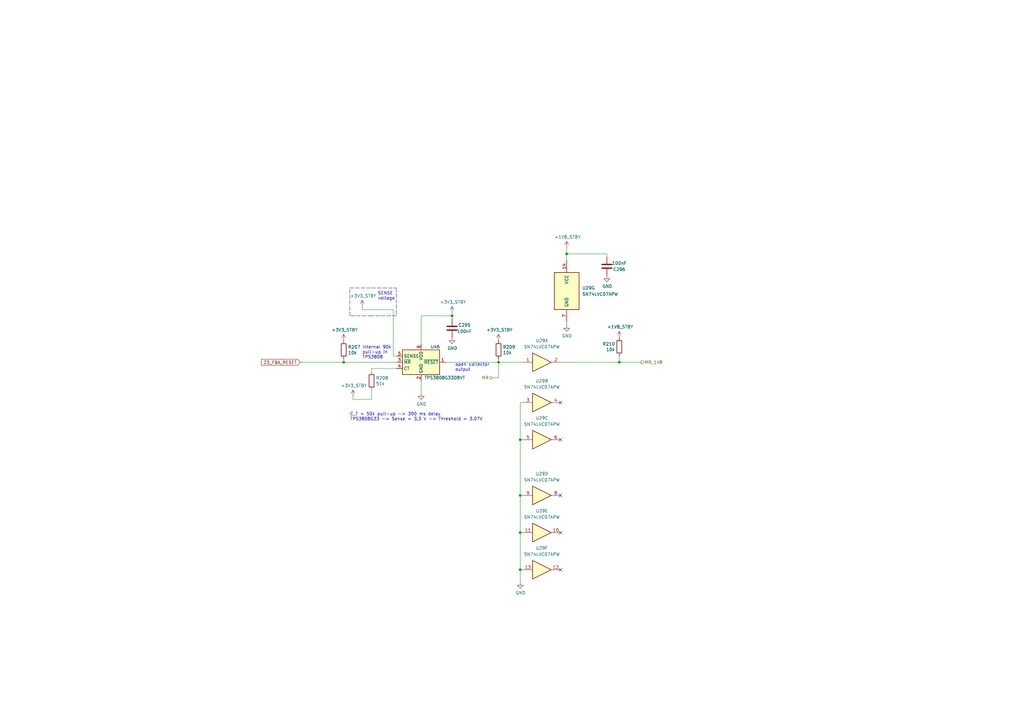
<source format=kicad_sch>
(kicad_sch (version 20211123) (generator eeschema)
  (paper "A3")
  (title_block (title "ATCA Template") (date "2023-01-05") (rev "1.0") (company "Karlsruhe Institute of Technology (KIT)") (comment 1 "Carsten Schmerbeck") (comment 2 "Luis Ardila") (comment 4 "Licensed under CERN-OHL-P v2"))
  (lib_symbols
    (symbol "Device:C" (pin_numbers hide) (pin_names (offset 0.254))
      (property "Reference" "C" (at 0.635 2.54 0))
      (property "Value" "C" (at 0.635 -2.54 0))
      (symbol "C_0_1"
        (polyline (pts (xy -2.032 -0.762) (xy 2.032 -0.762)) (stroke (width 0.508)))
        (polyline (pts (xy -2.032 0.762) (xy 2.032 0.762)) (stroke (width 0.508)))
      )
      (symbol "C_1_1"
        (pin passive line (at 0 3.81 270) (length 2.794) (name "~") (number "1"))
        (pin passive line (at 0 -3.81 90) (length 2.794) (name "~") (number "2"))
      )
    )
    (symbol "Device:R" (pin_numbers hide) (pin_names (offset 0))
      (property "Reference" "R" (at 2.032 0 90))
      (property "Value" "R" (at 0 0 90))
      (symbol "R_0_1"
        (rectangle (start -1.016 -2.54) (end 1.016 2.54) (stroke (width 0.254)))
      )
      (symbol "R_1_1"
        (pin passive line (at 0 3.81 270) (length 1.27) (name "~") (number "1"))
        (pin passive line (at 0 -3.81 90) (length 1.27) (name "~") (number "2"))
      )
    )
    (symbol "KIT_Logic:SN74LVC07APW" (pin_names (offset 1.016))
      (property "Reference" "U29" (at 0 8.89 0))
      (property "Value" "SN74LVC07APW" (at 0 6.35 0))
      (symbol "SN74LVC07APW_1_0"
        (polyline (pts (xy -3.81 3.81) (xy -3.81 -3.81) (xy 3.81 0) (xy -3.81 3.81)) (stroke (width 0.254)) (fill (type background)))
        (pin input line (at -7.62 0 0) (length 3.81) (name "~") (number "1"))
        (pin open_collector line (at 7.62 0 180) (length 3.81) (name "~") (number "2"))
      )
      (symbol "SN74LVC07APW_2_0"
        (polyline (pts (xy -3.81 3.81) (xy -3.81 -3.81) (xy 3.81 0) (xy -3.81 3.81)) (stroke (width 0.254)) (fill (type background)))
        (pin input line (at -7.62 0 0) (length 3.81) (name "~") (number "3"))
        (pin open_collector line (at 7.62 0 180) (length 3.81) (name "~") (number "4"))
      )
      (symbol "SN74LVC07APW_3_0"
        (polyline (pts (xy -3.81 3.81) (xy -3.81 -3.81) (xy 3.81 0) (xy -3.81 3.81)) (stroke (width 0.254)) (fill (type background)))
        (pin input line (at -7.62 0 0) (length 3.81) (name "~") (number "5"))
        (pin open_collector line (at 7.62 0 180) (length 3.81) (name "~") (number "6"))
      )
      (symbol "SN74LVC07APW_4_0"
        (polyline (pts (xy -3.81 3.81) (xy -3.81 -3.81) (xy 3.81 0) (xy -3.81 3.81)) (stroke (width 0.254)) (fill (type background)))
        (pin open_collector line (at 7.62 0 180) (length 3.81) (name "~") (number "8"))
        (pin input line (at -7.62 0 0) (length 3.81) (name "~") (number "9"))
      )
      (symbol "SN74LVC07APW_5_0"
        (polyline (pts (xy -3.81 3.81) (xy -3.81 -3.81) (xy 3.81 0) (xy -3.81 3.81)) (stroke (width 0.254)) (fill (type background)))
        (pin open_collector line (at 7.62 0 180) (length 3.81) (name "~") (number "10"))
        (pin input line (at -7.62 0 0) (length 3.81) (name "~") (number "11"))
      )
      (symbol "SN74LVC07APW_6_0"
        (polyline (pts (xy -3.81 3.81) (xy -3.81 -3.81) (xy 3.81 0) (xy -3.81 3.81)) (stroke (width 0.254)) (fill (type background)))
        (pin open_collector line (at 7.62 0 180) (length 3.81) (name "~") (number "12"))
        (pin input line (at -7.62 0 0) (length 3.81) (name "~") (number "13"))
      )
      (symbol "SN74LVC07APW_7_0"
        (pin power_in line (at 0 12.7 270) (length 5.08) (name "VCC") (number "14"))
        (pin power_in line (at 0 -12.7 90) (length 5.08) (name "GND") (number "7"))
      )
      (symbol "SN74LVC07APW_7_1"
        (rectangle (start -5.08 7.62) (end 5.08 -7.62) (stroke (width 0.254)) (fill (type background)))
      )
    )
    (symbol "KIT_Power:+1V8_STBY" (power) (pin_names (offset 0))
      (property "Value" "+1V8_STBY" (at 0 3.556 0))
      (symbol "+1V8_STBY_0_1"
        (polyline (pts (xy -0.762 1.27) (xy 0 2.54)))
        (polyline (pts (xy 0 0) (xy 0 2.54)))
        (polyline (pts (xy 0 2.54) (xy 0.762 1.27)))
      )
      (symbol "+1V8_STBY_1_1"
        (pin power_in line (at 0 0 90) (length 0) hide (name "+1V8_STBY") (number "1"))
      )
    )
    (symbol "KIT_Power:+3V3_STBY" (power) (pin_names (offset 0))
      (property "Value" "+3V3_STBY" (at 0 3.556 0))
      (symbol "+3V3_STBY_0_1"
        (polyline (pts (xy -0.762 1.27) (xy 0 2.54)))
        (polyline (pts (xy 0 0) (xy 0 2.54)))
        (polyline (pts (xy 0 2.54) (xy 0.762 1.27)))
      )
      (symbol "+3V3_STBY_1_1"
        (pin power_in line (at 0 0 90) (length 0) hide (name "+3V3_STBY") (number "1"))
      )
    )
    (symbol "KIT_Power_Supervisor:TPS3808DBV"
      (property "Reference" "U" (at 0 8.89 0))
      (property "Value" "TPS3808DBV" (at 0 6.35 0))
      (symbol "TPS3808DBV_0_1"
        (rectangle (start -7.62 5.08) (end 7.62 -5.08) (stroke (width 0.254)) (fill (type background)))
      )
      (symbol "TPS3808DBV_1_1"
        (pin open_collector line (at 10.16 0 180) (length 2.54) (name "~{RESET}") (number "1"))
        (pin power_in line (at 0 -7.62 90) (length 2.54) (name "GND") (number "2"))
        (pin input line (at -10.16 0 0) (length 2.54) (name "~{MR}") (number "3"))
        (pin input line (at -10.16 -2.54 0) (length 2.54) (name "CT") (number "4"))
        (pin input line (at -10.16 2.54 0) (length 2.54) (name "SENSE") (number "5"))
        (pin power_in line (at 0 7.62 270) (length 2.54) (name "VDD") (number "6"))
      )
    )
    (symbol "power:GND" (power) (pin_names (offset 0))
      (property "Value" "GND" (at 0 -3.81 0))
      (symbol "GND_0_1"
        (polyline (pts (xy 0 0) (xy 0 -1.27) (xy 1.27 -1.27) (xy 0 -2.54) (xy -1.27 -1.27) (xy 0 -1.27)))
      )
      (symbol "GND_1_1"
        (pin power_in line (at 0 0 270) (length 0) hide (name "GND") (number "1"))
      )
    )
  )
  (junction (at 185.42 129.54))
  (junction (at 213.36 180.34))
  (junction (at 254 148.59))
  (junction (at 204.47 148.59))
  (junction (at 213.36 233.68))
  (junction (at 213.36 203.2))
  (junction (at 213.36 218.44))
  (junction (at 232.41 104.14))
  (junction (at 140.97 148.59))
  (no_connect (at 229.87 165.1))
  (no_connect (at 229.87 180.34))
  (no_connect (at 229.87 233.68))
  (no_connect (at 229.87 218.44))
  (no_connect (at 229.87 203.2))
  (wire (pts (xy 213.36 233.68) (xy 214.63 233.68)))
  (wire (pts (xy 201.93 154.94) (xy 204.47 154.94)))
  (wire (pts (xy 254 146.05) (xy 254 148.59)))
  (polyline (pts (xy 162.56 118.11) (xy 162.56 129.54)))
  (wire (pts (xy 248.92 104.14) (xy 232.41 104.14)))
  (wire (pts (xy 161.29 127) (xy 161.29 146.05)))
  (polyline (pts (xy 152.4 129.54) (xy 143.51 129.54)))
  (wire (pts (xy 213.36 180.34) (xy 213.36 165.1)))
  (wire (pts (xy 213.36 165.1) (xy 214.63 165.1)))
  (wire (pts (xy 172.72 129.54) (xy 172.72 140.97)))
  (wire (pts (xy 182.88 148.59) (xy 204.47 148.59)))
  (wire (pts (xy 204.47 154.94) (xy 204.47 148.59)))
  (wire (pts (xy 185.42 128.27) (xy 185.42 129.54)))
  (polyline (pts (xy 143.51 118.11) (xy 152.4 118.11)))
  (wire (pts (xy 185.42 130.81) (xy 185.42 129.54)))
  (wire (pts (xy 204.47 148.59) (xy 214.63 148.59)))
  (polyline (pts (xy 143.51 129.54) (xy 143.51 118.11)))
  (wire (pts (xy 213.36 203.2) (xy 213.36 180.34)))
  (wire (pts (xy 148.59 127) (xy 161.29 127)))
  (wire (pts (xy 161.29 146.05) (xy 162.56 146.05)))
  (wire (pts (xy 144.78 162.56) (xy 144.78 163.83)))
  (wire (pts (xy 144.78 163.83) (xy 152.4 163.83)))
  (polyline (pts (xy 152.4 118.11) (xy 162.56 118.11)))
  (polyline (pts (xy 162.56 129.54) (xy 152.4 129.54)))
  (wire (pts (xy 140.97 148.59) (xy 162.56 148.59)))
  (wire (pts (xy 123.19 148.59) (xy 140.97 148.59)))
  (wire (pts (xy 148.59 125.73) (xy 148.59 127)))
  (wire (pts (xy 232.41 101.6) (xy 232.41 104.14)))
  (wire (pts (xy 213.36 238.76) (xy 213.36 233.68)))
  (wire (pts (xy 213.36 218.44) (xy 214.63 218.44)))
  (wire (pts (xy 232.41 104.14) (xy 232.41 106.68)))
  (wire (pts (xy 172.72 156.21) (xy 172.72 161.29)))
  (wire (pts (xy 152.4 151.13) (xy 162.56 151.13)))
  (wire (pts (xy 254 148.59) (xy 262.89 148.59)))
  (wire (pts (xy 229.87 148.59) (xy 254 148.59)))
  (wire (pts (xy 232.41 133.35) (xy 232.41 132.08)))
  (wire (pts (xy 152.4 152.4) (xy 152.4 151.13)))
  (wire (pts (xy 140.97 148.59) (xy 140.97 147.32)))
  (wire (pts (xy 213.36 203.2) (xy 214.63 203.2)))
  (wire (pts (xy 248.92 105.41) (xy 248.92 104.14)))
  (wire (pts (xy 213.36 233.68) (xy 213.36 218.44)))
  (wire (pts (xy 185.42 129.54) (xy 172.72 129.54)))
  (wire (pts (xy 213.36 218.44) (xy 213.36 203.2)))
  (wire (pts (xy 204.47 148.59) (xy 204.47 147.32)))
  (wire (pts (xy 152.4 163.83) (xy 152.4 160.02)))
  (wire (pts (xy 213.36 180.34) (xy 214.63 180.34)))
  (text "Internal 90k \npull-up in \nTPS3808" (at 148.59 147.32 0) (effects (font (size 1.27 1.27)) (justify left bottom)))
  (text "open collector\noutput" (at 186.69 152.4 0) (effects (font (size 1.27 1.27)) (justify left bottom)))
  (text "SENSE\nvoltage" (at 154.94 123.19 0) (effects (font (size 1.27 1.27)) (justify left bottom)))
  (text "C_T = 50k pull-up -> 300 ms delay\nTPS3808G33 -> Sense = 3.3 V -> Threshold = 3.07V" (at 143.51 172.72 0) (effects (font (size 1.27 1.27)) (justify left bottom)))
  (global_label "Z3_FBA_RESET" (shape input) (at 123.19 148.59 180) (property "Intersheet References" "${INTERSHEET_REFS}" (effects hide)))
  (hierarchical_label "MR_1V8" (shape output) (at 262.89 148.59 0))
  (hierarchical_label "MR" (shape bidirectional) (at 201.93 154.94 180))
  (symbol (lib_id "KIT_Logic:SN74LVC07APW") (at 222.25 203.2 0) (unit 4)
    (property "Reference" "U29" (at 222.25 194.31 0))
    (property "Value" "SN74LVC07APW" (at 222.25 196.85 0))
    (property "Footprint" "Package_SO:TSSOP-14_4.4x5mm_P0.65mm" (effects hide))
    (property "Datasheet" "https://www.ti.com/lit/ds/scas595w/scas595w.pdf" (effects hide))
    (property "manf#" "SN74LVC07APW" (effects hide))
    (property "digikey#" "296-26575-5-ND" (effects hide))
    (property "manf" "Texas Instruments" (effects hide))
  )
  (symbol (lib_id "KIT_Power_Supervisor:TPS3808DBV") (at 172.72 148.59 0) (unit 1)
    (property "Reference" "U46" (at 176.53 142.24 0) (effects (justify left)))
    (property "Value" "TPS3808G33DBVT" (at 173.99 154.94 0) (effects (justify left)))
    (property "Footprint" "Package_TO_SOT_SMD:SOT-23-6" (effects hide))
    (property "Datasheet" "http://www.ti.com/lit/ds/symlink/tps3808.pdf" (effects hide))
    (property "manf" "Texas Instruments" (effects hide))
    (property "manf#" "TPS3808G33DBVT" (effects hide))
    (property "ti#" "TPS3808G33DBVT" (effects hide))
  )
  (symbol (lib_id "KIT_Logic:SN74LVC07APW") (at 222.25 148.59 0) (unit 1)
    (property "Reference" "U29" (at 222.25 139.7 0))
    (property "Value" "SN74LVC07APW" (at 222.25 142.24 0))
    (property "Footprint" "Package_SO:TSSOP-14_4.4x5mm_P0.65mm" (effects hide))
    (property "Datasheet" "https://www.ti.com/lit/ds/scas595w/scas595w.pdf" (effects hide))
    (property "manf#" "SN74LVC07APW" (effects hide))
    (property "digikey#" "296-26575-5-ND" (effects hide))
    (property "manf" "Texas Instruments" (effects hide))
  )
  (symbol (lib_id "Device:R") (at 152.4 156.21 0) (unit 1)
    (property "Reference" "R208" (at 154.178 155.0416 0) (effects (justify left)))
    (property "Value" "51k" (at 154.178 157.353 0) (effects (justify left)))
    (property "Footprint" "Resistor_SMD:R_0402_1005Metric" (effects hide))
    (property "digikey#" "RMCF0402FT51K0CT-ND" (effects hide))
    (property "manf" "Stackpole Electronics Inc" (effects hide))
    (property "manf#" "RMCF0402FT51K0" (effects hide))
    (property "stock" "AVT-IPE" (effects hide))
  )
  (symbol (lib_id "KIT_Logic:SN74LVC07APW") (at 232.41 119.38 0) (unit 7)
    (property "Reference" "U29" (at 238.76 118.1099 0) (effects (justify left)))
    (property "Value" "SN74LVC07APW" (at 238.76 120.6499 0) (effects (justify left)))
    (property "Footprint" "Package_SO:TSSOP-14_4.4x5mm_P0.65mm" (effects hide))
    (property "Datasheet" "https://www.ti.com/lit/ds/scas595w/scas595w.pdf" (effects hide))
    (property "manf#" "SN74LVC07APW" (effects hide))
    (property "digikey#" "296-26575-5-ND" (effects hide))
    (property "manf" "Texas Instruments" (effects hide))
  )
  (symbol (lib_id "power:GND") (at 213.36 238.76 0) (unit 1)
    (property "Reference" "#PWR0351" (effects hide))
    (property "Value" "GND" (at 213.487 243.1542 0))
  )
  (symbol (lib_id "power:GND") (at 248.92 113.03 0) (unit 1)
    (property "Reference" "#PWR0793" (effects hide))
    (property "Value" "GND" (at 249.047 117.4242 0))
  )
  (symbol (lib_id "KIT_Power:+1V8_STBY") (at 232.41 101.6 0) (unit 1)
    (property "Reference" "#PWR0791" (effects hide))
    (property "Value" "+1V8_STBY" (at 232.791 97.2058 0))
  )
  (symbol (lib_id "Device:C") (at 248.92 109.22 0) (mirror y) (unit 1)
    (property "Reference" "C296" (at 254 110.49 0))
    (property "Value" "100nF" (at 254 107.95 0))
    (property "Footprint" "Capacitor_SMD:C_0402_1005Metric" (effects hide))
    (property "voltage" "16 V" (effects hide))
    (property "stock" "AVT-IPE" (effects hide))
  )
  (symbol (lib_id "Device:R") (at 204.47 143.51 0) (unit 1)
    (property "Reference" "R209" (at 206.248 142.3416 0) (effects (justify left)))
    (property "Value" "10k" (at 206.248 144.653 0) (effects (justify left)))
    (property "Footprint" "Resistor_SMD:R_0402_1005Metric" (effects hide))
    (property "tolerance" "1%" (effects hide))
    (property "stock" "AVT-IPE" (effects hide))
    (property "digikey#" "A129639CT-ND" (effects hide))
    (property "manf" "TE" (effects hide))
    (property "manf#" "CRGCQ0402F10K" (effects hide))
  )
  (symbol (lib_id "Device:C") (at 185.42 134.62 0) (mirror y) (unit 1)
    (property "Reference" "C295" (at 190.5 133.35 0))
    (property "Value" "100nF" (at 190.5 135.89 0))
    (property "Footprint" "Capacitor_SMD:C_0402_1005Metric" (effects hide))
    (property "voltage" "16 V" (effects hide))
    (property "stock" "AVT-IPE" (effects hide))
  )
  (symbol (lib_id "KIT_Power:+3V3_STBY") (at 140.97 139.7 0) (unit 1)
    (property "Reference" "#PWR0784" (effects hide))
    (property "Value" "+3V3_STBY" (at 141.351 135.3058 0))
  )
  (symbol (lib_id "KIT_Logic:SN74LVC07APW") (at 222.25 218.44 0) (unit 5)
    (property "Reference" "U29" (at 222.25 209.55 0))
    (property "Value" "SN74LVC07APW" (at 222.25 212.09 0))
    (property "Footprint" "Package_SO:TSSOP-14_4.4x5mm_P0.65mm" (effects hide))
    (property "Datasheet" "https://www.ti.com/lit/ds/scas595w/scas595w.pdf" (effects hide))
    (property "manf#" "SN74LVC07APW" (effects hide))
    (property "digikey#" "296-26575-5-ND" (effects hide))
    (property "manf" "Texas Instruments" (effects hide))
  )
  (symbol (lib_id "power:GND") (at 185.42 138.43 0) (unit 1)
    (property "Reference" "#PWR0789" (effects hide))
    (property "Value" "GND" (at 185.547 142.8242 0))
  )
  (symbol (lib_id "KIT_Logic:SN74LVC07APW") (at 222.25 233.68 0) (unit 6)
    (property "Reference" "U29" (at 222.25 224.79 0))
    (property "Value" "SN74LVC07APW" (at 222.25 227.33 0))
    (property "Footprint" "Package_SO:TSSOP-14_4.4x5mm_P0.65mm" (effects hide))
    (property "Datasheet" "https://www.ti.com/lit/ds/scas595w/scas595w.pdf" (effects hide))
    (property "manf#" "SN74LVC07APW" (effects hide))
    (property "digikey#" "296-26575-5-ND" (effects hide))
    (property "manf" "Texas Instruments" (effects hide))
  )
  (symbol (lib_id "KIT_Power:+1V8_STBY") (at 254 138.43 0) (unit 1)
    (property "Reference" "#PWR0794" (effects hide))
    (property "Value" "+1V8_STBY" (at 254.381 134.0358 0))
  )
  (symbol (lib_id "KIT_Logic:SN74LVC07APW") (at 222.25 180.34 0) (unit 3)
    (property "Reference" "U29" (at 222.25 171.45 0))
    (property "Value" "SN74LVC07APW" (at 222.25 173.99 0))
    (property "Footprint" "Package_SO:TSSOP-14_4.4x5mm_P0.65mm" (effects hide))
    (property "Datasheet" "https://www.ti.com/lit/ds/scas595w/scas595w.pdf" (effects hide))
    (property "manf#" "SN74LVC07APW" (effects hide))
    (property "digikey#" "296-26575-5-ND" (effects hide))
    (property "manf" "Texas Instruments" (effects hide))
  )
  (symbol (lib_id "Device:R") (at 140.97 143.51 0) (unit 1)
    (property "Reference" "R207" (at 142.748 142.3416 0) (effects (justify left)))
    (property "Value" "10k" (at 142.748 144.653 0) (effects (justify left)))
    (property "Footprint" "Resistor_SMD:R_0402_1005Metric" (effects hide))
    (property "tolerance" "1%" (effects hide))
    (property "stock" "AVT-IPE" (effects hide))
    (property "digikey#" "A129639CT-ND" (effects hide))
    (property "manf" "TE" (effects hide))
    (property "manf#" "CRGCQ0402F10K" (effects hide))
  )
  (symbol (lib_id "KIT_Power:+3V3_STBY") (at 148.59 125.73 0) (unit 1)
    (property "Reference" "#PWR0786" (effects hide))
    (property "Value" "+3V3_STBY" (at 148.971 121.3358 0))
  )
  (symbol (lib_id "Device:R") (at 254 142.24 0) (mirror x) (unit 1)
    (property "Reference" "R210" (at 252.2474 141.0716 0) (effects (justify right)))
    (property "Value" "10k" (at 252.2474 143.383 0) (effects (justify right)))
    (property "Footprint" "Resistor_SMD:R_0402_1005Metric" (effects hide))
    (property "tolerance" "1%" (effects hide))
    (property "stock" "AVT-IPE" (effects hide))
    (property "digikey#" "A129639CT-ND" (effects hide))
    (property "manf" "TE" (effects hide))
    (property "manf#" "CRGCQ0402F10K" (effects hide))
  )
  (symbol (lib_id "power:GND") (at 232.41 133.35 0) (unit 1)
    (property "Reference" "#PWR0792" (effects hide))
    (property "Value" "GND" (at 232.537 137.7442 0))
  )
  (symbol (lib_id "KIT_Power:+3V3_STBY") (at 185.42 128.27 0) (unit 1)
    (property "Reference" "#PWR0788" (effects hide))
    (property "Value" "+3V3_STBY" (at 185.801 123.8758 0))
  )
  (symbol (lib_id "KIT_Power:+3V3_STBY") (at 204.47 139.7 0) (unit 1)
    (property "Reference" "#PWR0790" (effects hide))
    (property "Value" "+3V3_STBY" (at 204.851 135.3058 0))
  )
  (symbol (lib_id "KIT_Power:+3V3_STBY") (at 144.78 162.56 0) (unit 1)
    (property "Reference" "#PWR0785" (effects hide))
    (property "Value" "+3V3_STBY" (at 145.161 158.1658 0))
  )
  (symbol (lib_id "KIT_Logic:SN74LVC07APW") (at 222.25 165.1 0) (unit 2)
    (property "Reference" "U29" (at 222.25 156.21 0))
    (property "Value" "SN74LVC07APW" (at 222.25 158.75 0))
    (property "Footprint" "Package_SO:TSSOP-14_4.4x5mm_P0.65mm" (effects hide))
    (property "Datasheet" "https://www.ti.com/lit/ds/scas595w/scas595w.pdf" (effects hide))
    (property "manf#" "SN74LVC07APW" (effects hide))
    (property "digikey#" "296-26575-5-ND" (effects hide))
    (property "manf" "Texas Instruments" (effects hide))
  )
  (symbol (lib_id "power:GND") (at 172.72 161.29 0) (unit 1)
    (property "Reference" "#PWR0787" (effects hide))
    (property "Value" "GND" (at 172.847 165.6842 0))
  )
)
</source>
